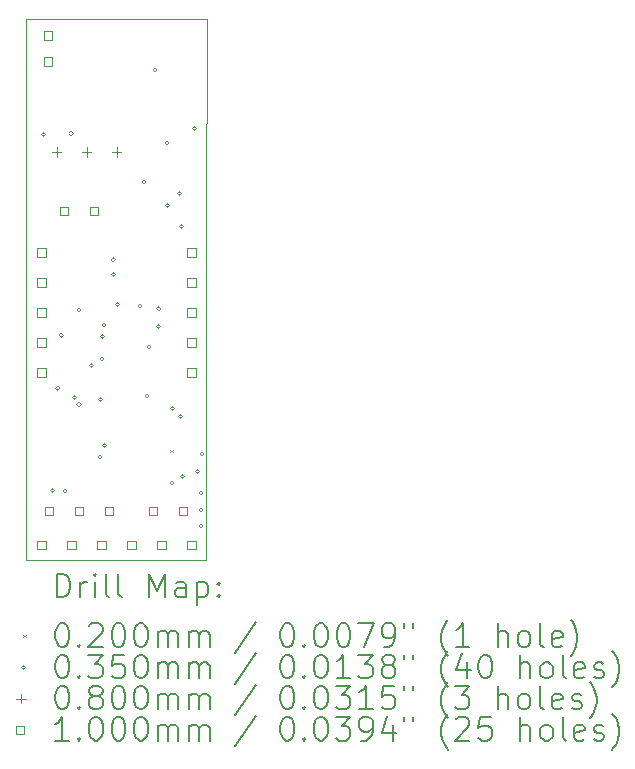
<source format=gbr>
%TF.GenerationSoftware,KiCad,Pcbnew,9.0.6*%
%TF.CreationDate,2026-01-10T17:13:57+00:00*%
%TF.ProjectId,CurrentSource,43757272-656e-4745-936f-757263652e6b,rev?*%
%TF.SameCoordinates,Original*%
%TF.FileFunction,Drillmap*%
%TF.FilePolarity,Positive*%
%FSLAX45Y45*%
G04 Gerber Fmt 4.5, Leading zero omitted, Abs format (unit mm)*
G04 Created by KiCad (PCBNEW 9.0.6) date 2026-01-10 17:13:57*
%MOMM*%
%LPD*%
G01*
G04 APERTURE LIST*
%ADD10C,0.100000*%
%ADD11C,0.200000*%
G04 APERTURE END LIST*
D10*
X13729000Y-8458000D02*
X13730000Y-6672500D01*
X13730000Y-6672500D02*
X12205000Y-6672500D01*
X12205000Y-8458000D02*
X12205000Y-6672500D01*
X12205000Y-8458000D02*
X12205000Y-11252000D01*
X12205000Y-11252000D02*
X13729000Y-11252000D01*
X13729000Y-11252000D02*
X13729000Y-8458000D01*
D11*
D10*
X13425000Y-10317250D02*
X13445000Y-10337250D01*
X13445000Y-10317250D02*
X13425000Y-10337250D01*
X12367500Y-7650000D02*
G75*
G02*
X12332500Y-7650000I-17500J0D01*
G01*
X12332500Y-7650000D02*
G75*
G02*
X12367500Y-7650000I17500J0D01*
G01*
X12445000Y-10662500D02*
G75*
G02*
X12410000Y-10662500I-17500J0D01*
G01*
X12410000Y-10662500D02*
G75*
G02*
X12445000Y-10662500I17500J0D01*
G01*
X12487500Y-9797500D02*
G75*
G02*
X12452500Y-9797500I-17500J0D01*
G01*
X12452500Y-9797500D02*
G75*
G02*
X12487500Y-9797500I17500J0D01*
G01*
X12517500Y-9349000D02*
G75*
G02*
X12482500Y-9349000I-17500J0D01*
G01*
X12482500Y-9349000D02*
G75*
G02*
X12517500Y-9349000I17500J0D01*
G01*
X12550000Y-10665000D02*
G75*
G02*
X12515000Y-10665000I-17500J0D01*
G01*
X12515000Y-10665000D02*
G75*
G02*
X12550000Y-10665000I17500J0D01*
G01*
X12600600Y-7641000D02*
G75*
G02*
X12565600Y-7641000I-17500J0D01*
G01*
X12565600Y-7641000D02*
G75*
G02*
X12600600Y-7641000I17500J0D01*
G01*
X12629773Y-9875000D02*
G75*
G02*
X12594773Y-9875000I-17500J0D01*
G01*
X12594773Y-9875000D02*
G75*
G02*
X12629773Y-9875000I17500J0D01*
G01*
X12667500Y-9135173D02*
G75*
G02*
X12632500Y-9135173I-17500J0D01*
G01*
X12632500Y-9135173D02*
G75*
G02*
X12667500Y-9135173I17500J0D01*
G01*
X12667500Y-9935700D02*
G75*
G02*
X12632500Y-9935700I-17500J0D01*
G01*
X12632500Y-9935700D02*
G75*
G02*
X12667500Y-9935700I17500J0D01*
G01*
X12775086Y-9605586D02*
G75*
G02*
X12740086Y-9605586I-17500J0D01*
G01*
X12740086Y-9605586D02*
G75*
G02*
X12775086Y-9605586I17500J0D01*
G01*
X12845007Y-10378047D02*
G75*
G02*
X12810007Y-10378047I-17500J0D01*
G01*
X12810007Y-10378047D02*
G75*
G02*
X12845007Y-10378047I17500J0D01*
G01*
X12850000Y-9895000D02*
G75*
G02*
X12815000Y-9895000I-17500J0D01*
G01*
X12815000Y-9895000D02*
G75*
G02*
X12850000Y-9895000I17500J0D01*
G01*
X12865000Y-9550000D02*
G75*
G02*
X12830000Y-9550000I-17500J0D01*
G01*
X12830000Y-9550000D02*
G75*
G02*
X12865000Y-9550000I17500J0D01*
G01*
X12868625Y-9358375D02*
G75*
G02*
X12833625Y-9358375I-17500J0D01*
G01*
X12833625Y-9358375D02*
G75*
G02*
X12868625Y-9358375I17500J0D01*
G01*
X12882025Y-9262250D02*
G75*
G02*
X12847025Y-9262250I-17500J0D01*
G01*
X12847025Y-9262250D02*
G75*
G02*
X12882025Y-9262250I17500J0D01*
G01*
X12885997Y-10283498D02*
G75*
G02*
X12850997Y-10283498I-17500J0D01*
G01*
X12850997Y-10283498D02*
G75*
G02*
X12885997Y-10283498I17500J0D01*
G01*
X12957709Y-8709295D02*
G75*
G02*
X12922709Y-8709295I-17500J0D01*
G01*
X12922709Y-8709295D02*
G75*
G02*
X12957709Y-8709295I17500J0D01*
G01*
X12959823Y-8835874D02*
G75*
G02*
X12924823Y-8835874I-17500J0D01*
G01*
X12924823Y-8835874D02*
G75*
G02*
X12959823Y-8835874I17500J0D01*
G01*
X12993164Y-9091609D02*
G75*
G02*
X12958164Y-9091609I-17500J0D01*
G01*
X12958164Y-9091609D02*
G75*
G02*
X12993164Y-9091609I17500J0D01*
G01*
X13185000Y-9100000D02*
G75*
G02*
X13150000Y-9100000I-17500J0D01*
G01*
X13150000Y-9100000D02*
G75*
G02*
X13185000Y-9100000I17500J0D01*
G01*
X13217500Y-8050000D02*
G75*
G02*
X13182500Y-8050000I-17500J0D01*
G01*
X13182500Y-8050000D02*
G75*
G02*
X13217500Y-8050000I17500J0D01*
G01*
X13244721Y-9862779D02*
G75*
G02*
X13209721Y-9862779I-17500J0D01*
G01*
X13209721Y-9862779D02*
G75*
G02*
X13244721Y-9862779I17500J0D01*
G01*
X13260000Y-9450000D02*
G75*
G02*
X13225000Y-9450000I-17500J0D01*
G01*
X13225000Y-9450000D02*
G75*
G02*
X13260000Y-9450000I17500J0D01*
G01*
X13313750Y-7103750D02*
G75*
G02*
X13278750Y-7103750I-17500J0D01*
G01*
X13278750Y-7103750D02*
G75*
G02*
X13313750Y-7103750I17500J0D01*
G01*
X13342500Y-9125000D02*
G75*
G02*
X13307500Y-9125000I-17500J0D01*
G01*
X13307500Y-9125000D02*
G75*
G02*
X13342500Y-9125000I17500J0D01*
G01*
X13342500Y-9275000D02*
G75*
G02*
X13307500Y-9275000I-17500J0D01*
G01*
X13307500Y-9275000D02*
G75*
G02*
X13342500Y-9275000I17500J0D01*
G01*
X13412885Y-7719615D02*
G75*
G02*
X13377885Y-7719615I-17500J0D01*
G01*
X13377885Y-7719615D02*
G75*
G02*
X13412885Y-7719615I17500J0D01*
G01*
X13417500Y-8250000D02*
G75*
G02*
X13382500Y-8250000I-17500J0D01*
G01*
X13382500Y-8250000D02*
G75*
G02*
X13417500Y-8250000I17500J0D01*
G01*
X13457500Y-10600000D02*
G75*
G02*
X13422500Y-10600000I-17500J0D01*
G01*
X13422500Y-10600000D02*
G75*
G02*
X13457500Y-10600000I17500J0D01*
G01*
X13460071Y-9967429D02*
G75*
G02*
X13425071Y-9967429I-17500J0D01*
G01*
X13425071Y-9967429D02*
G75*
G02*
X13460071Y-9967429I17500J0D01*
G01*
X13517500Y-8150000D02*
G75*
G02*
X13482500Y-8150000I-17500J0D01*
G01*
X13482500Y-8150000D02*
G75*
G02*
X13517500Y-8150000I17500J0D01*
G01*
X13527500Y-10035000D02*
G75*
G02*
X13492500Y-10035000I-17500J0D01*
G01*
X13492500Y-10035000D02*
G75*
G02*
X13527500Y-10035000I17500J0D01*
G01*
X13536923Y-8429547D02*
G75*
G02*
X13501923Y-8429547I-17500J0D01*
G01*
X13501923Y-8429547D02*
G75*
G02*
X13536923Y-8429547I17500J0D01*
G01*
X13545000Y-10547500D02*
G75*
G02*
X13510000Y-10547500I-17500J0D01*
G01*
X13510000Y-10547500D02*
G75*
G02*
X13545000Y-10547500I17500J0D01*
G01*
X13643886Y-7597562D02*
G75*
G02*
X13608886Y-7597562I-17500J0D01*
G01*
X13608886Y-7597562D02*
G75*
G02*
X13643886Y-7597562I17500J0D01*
G01*
X13669500Y-10501000D02*
G75*
G02*
X13634500Y-10501000I-17500J0D01*
G01*
X13634500Y-10501000D02*
G75*
G02*
X13669500Y-10501000I17500J0D01*
G01*
X13700097Y-10966196D02*
G75*
G02*
X13665097Y-10966196I-17500J0D01*
G01*
X13665097Y-10966196D02*
G75*
G02*
X13700097Y-10966196I17500J0D01*
G01*
X13702134Y-10683012D02*
G75*
G02*
X13667134Y-10683012I-17500J0D01*
G01*
X13667134Y-10683012D02*
G75*
G02*
X13702134Y-10683012I17500J0D01*
G01*
X13703153Y-10828678D02*
G75*
G02*
X13668153Y-10828678I-17500J0D01*
G01*
X13668153Y-10828678D02*
G75*
G02*
X13703153Y-10828678I17500J0D01*
G01*
X13708500Y-10353000D02*
G75*
G02*
X13673500Y-10353000I-17500J0D01*
G01*
X13673500Y-10353000D02*
G75*
G02*
X13708500Y-10353000I17500J0D01*
G01*
X12461340Y-7759123D02*
X12461340Y-7839123D01*
X12421340Y-7799123D02*
X12501340Y-7799123D01*
X12715340Y-7759123D02*
X12715340Y-7839123D01*
X12675340Y-7799123D02*
X12755340Y-7799123D01*
X12969340Y-7759123D02*
X12969340Y-7839123D01*
X12929340Y-7799123D02*
X13009340Y-7799123D01*
X12367356Y-8683856D02*
X12367356Y-8613144D01*
X12296644Y-8613144D01*
X12296644Y-8683856D01*
X12367356Y-8683856D01*
X12367356Y-8937856D02*
X12367356Y-8867144D01*
X12296644Y-8867144D01*
X12296644Y-8937856D01*
X12367356Y-8937856D01*
X12367356Y-9191856D02*
X12367356Y-9121144D01*
X12296644Y-9121144D01*
X12296644Y-9191856D01*
X12367356Y-9191856D01*
X12367356Y-9445856D02*
X12367356Y-9375144D01*
X12296644Y-9375144D01*
X12296644Y-9445856D01*
X12367356Y-9445856D01*
X12367356Y-9699856D02*
X12367356Y-9629144D01*
X12296644Y-9629144D01*
X12296644Y-9699856D01*
X12367356Y-9699856D01*
X12367356Y-11160356D02*
X12367356Y-11089644D01*
X12296644Y-11089644D01*
X12296644Y-11160356D01*
X12367356Y-11160356D01*
X12423515Y-6847221D02*
X12423515Y-6776510D01*
X12352804Y-6776510D01*
X12352804Y-6847221D01*
X12423515Y-6847221D01*
X12425044Y-7066474D02*
X12425044Y-6995763D01*
X12354332Y-6995763D01*
X12354332Y-7066474D01*
X12425044Y-7066474D01*
X12431356Y-10875356D02*
X12431356Y-10804644D01*
X12360644Y-10804644D01*
X12360644Y-10875356D01*
X12431356Y-10875356D01*
X12560356Y-8332856D02*
X12560356Y-8262144D01*
X12489644Y-8262144D01*
X12489644Y-8332856D01*
X12560356Y-8332856D01*
X12621356Y-11160356D02*
X12621356Y-11089644D01*
X12550644Y-11089644D01*
X12550644Y-11160356D01*
X12621356Y-11160356D01*
X12685356Y-10875356D02*
X12685356Y-10804644D01*
X12614644Y-10804644D01*
X12614644Y-10875356D01*
X12685356Y-10875356D01*
X12814356Y-8332856D02*
X12814356Y-8262144D01*
X12743644Y-8262144D01*
X12743644Y-8332856D01*
X12814356Y-8332856D01*
X12875356Y-11160356D02*
X12875356Y-11089644D01*
X12804644Y-11089644D01*
X12804644Y-11160356D01*
X12875356Y-11160356D01*
X12939356Y-10875356D02*
X12939356Y-10804644D01*
X12868644Y-10804644D01*
X12868644Y-10875356D01*
X12939356Y-10875356D01*
X13129356Y-11160356D02*
X13129356Y-11089644D01*
X13058644Y-11089644D01*
X13058644Y-11160356D01*
X13129356Y-11160356D01*
X13311356Y-10875356D02*
X13311356Y-10804644D01*
X13240644Y-10804644D01*
X13240644Y-10875356D01*
X13311356Y-10875356D01*
X13383356Y-11160356D02*
X13383356Y-11089644D01*
X13312644Y-11089644D01*
X13312644Y-11160356D01*
X13383356Y-11160356D01*
X13565356Y-10875356D02*
X13565356Y-10804644D01*
X13494644Y-10804644D01*
X13494644Y-10875356D01*
X13565356Y-10875356D01*
X13637356Y-8683856D02*
X13637356Y-8613144D01*
X13566644Y-8613144D01*
X13566644Y-8683856D01*
X13637356Y-8683856D01*
X13637356Y-8937856D02*
X13637356Y-8867144D01*
X13566644Y-8867144D01*
X13566644Y-8937856D01*
X13637356Y-8937856D01*
X13637356Y-9191856D02*
X13637356Y-9121144D01*
X13566644Y-9121144D01*
X13566644Y-9191856D01*
X13637356Y-9191856D01*
X13637356Y-9445856D02*
X13637356Y-9375144D01*
X13566644Y-9375144D01*
X13566644Y-9445856D01*
X13637356Y-9445856D01*
X13637356Y-9699856D02*
X13637356Y-9629144D01*
X13566644Y-9629144D01*
X13566644Y-9699856D01*
X13637356Y-9699856D01*
X13637356Y-11160356D02*
X13637356Y-11089644D01*
X13566644Y-11089644D01*
X13566644Y-11160356D01*
X13637356Y-11160356D01*
D11*
X12460777Y-11568484D02*
X12460777Y-11368484D01*
X12460777Y-11368484D02*
X12508396Y-11368484D01*
X12508396Y-11368484D02*
X12536967Y-11378008D01*
X12536967Y-11378008D02*
X12556015Y-11397055D01*
X12556015Y-11397055D02*
X12565539Y-11416103D01*
X12565539Y-11416103D02*
X12575062Y-11454198D01*
X12575062Y-11454198D02*
X12575062Y-11482769D01*
X12575062Y-11482769D02*
X12565539Y-11520865D01*
X12565539Y-11520865D02*
X12556015Y-11539912D01*
X12556015Y-11539912D02*
X12536967Y-11558960D01*
X12536967Y-11558960D02*
X12508396Y-11568484D01*
X12508396Y-11568484D02*
X12460777Y-11568484D01*
X12660777Y-11568484D02*
X12660777Y-11435150D01*
X12660777Y-11473246D02*
X12670301Y-11454198D01*
X12670301Y-11454198D02*
X12679824Y-11444674D01*
X12679824Y-11444674D02*
X12698872Y-11435150D01*
X12698872Y-11435150D02*
X12717920Y-11435150D01*
X12784586Y-11568484D02*
X12784586Y-11435150D01*
X12784586Y-11368484D02*
X12775062Y-11378008D01*
X12775062Y-11378008D02*
X12784586Y-11387531D01*
X12784586Y-11387531D02*
X12794110Y-11378008D01*
X12794110Y-11378008D02*
X12784586Y-11368484D01*
X12784586Y-11368484D02*
X12784586Y-11387531D01*
X12908396Y-11568484D02*
X12889348Y-11558960D01*
X12889348Y-11558960D02*
X12879824Y-11539912D01*
X12879824Y-11539912D02*
X12879824Y-11368484D01*
X13013158Y-11568484D02*
X12994110Y-11558960D01*
X12994110Y-11558960D02*
X12984586Y-11539912D01*
X12984586Y-11539912D02*
X12984586Y-11368484D01*
X13241729Y-11568484D02*
X13241729Y-11368484D01*
X13241729Y-11368484D02*
X13308396Y-11511341D01*
X13308396Y-11511341D02*
X13375062Y-11368484D01*
X13375062Y-11368484D02*
X13375062Y-11568484D01*
X13556015Y-11568484D02*
X13556015Y-11463722D01*
X13556015Y-11463722D02*
X13546491Y-11444674D01*
X13546491Y-11444674D02*
X13527443Y-11435150D01*
X13527443Y-11435150D02*
X13489348Y-11435150D01*
X13489348Y-11435150D02*
X13470301Y-11444674D01*
X13556015Y-11558960D02*
X13536967Y-11568484D01*
X13536967Y-11568484D02*
X13489348Y-11568484D01*
X13489348Y-11568484D02*
X13470301Y-11558960D01*
X13470301Y-11558960D02*
X13460777Y-11539912D01*
X13460777Y-11539912D02*
X13460777Y-11520865D01*
X13460777Y-11520865D02*
X13470301Y-11501817D01*
X13470301Y-11501817D02*
X13489348Y-11492293D01*
X13489348Y-11492293D02*
X13536967Y-11492293D01*
X13536967Y-11492293D02*
X13556015Y-11482769D01*
X13651253Y-11435150D02*
X13651253Y-11635150D01*
X13651253Y-11444674D02*
X13670301Y-11435150D01*
X13670301Y-11435150D02*
X13708396Y-11435150D01*
X13708396Y-11435150D02*
X13727443Y-11444674D01*
X13727443Y-11444674D02*
X13736967Y-11454198D01*
X13736967Y-11454198D02*
X13746491Y-11473246D01*
X13746491Y-11473246D02*
X13746491Y-11530388D01*
X13746491Y-11530388D02*
X13736967Y-11549436D01*
X13736967Y-11549436D02*
X13727443Y-11558960D01*
X13727443Y-11558960D02*
X13708396Y-11568484D01*
X13708396Y-11568484D02*
X13670301Y-11568484D01*
X13670301Y-11568484D02*
X13651253Y-11558960D01*
X13832205Y-11549436D02*
X13841729Y-11558960D01*
X13841729Y-11558960D02*
X13832205Y-11568484D01*
X13832205Y-11568484D02*
X13822682Y-11558960D01*
X13822682Y-11558960D02*
X13832205Y-11549436D01*
X13832205Y-11549436D02*
X13832205Y-11568484D01*
X13832205Y-11444674D02*
X13841729Y-11454198D01*
X13841729Y-11454198D02*
X13832205Y-11463722D01*
X13832205Y-11463722D02*
X13822682Y-11454198D01*
X13822682Y-11454198D02*
X13832205Y-11444674D01*
X13832205Y-11444674D02*
X13832205Y-11463722D01*
D10*
X12180000Y-11887000D02*
X12200000Y-11907000D01*
X12200000Y-11887000D02*
X12180000Y-11907000D01*
D11*
X12498872Y-11788484D02*
X12517920Y-11788484D01*
X12517920Y-11788484D02*
X12536967Y-11798008D01*
X12536967Y-11798008D02*
X12546491Y-11807531D01*
X12546491Y-11807531D02*
X12556015Y-11826579D01*
X12556015Y-11826579D02*
X12565539Y-11864674D01*
X12565539Y-11864674D02*
X12565539Y-11912293D01*
X12565539Y-11912293D02*
X12556015Y-11950388D01*
X12556015Y-11950388D02*
X12546491Y-11969436D01*
X12546491Y-11969436D02*
X12536967Y-11978960D01*
X12536967Y-11978960D02*
X12517920Y-11988484D01*
X12517920Y-11988484D02*
X12498872Y-11988484D01*
X12498872Y-11988484D02*
X12479824Y-11978960D01*
X12479824Y-11978960D02*
X12470301Y-11969436D01*
X12470301Y-11969436D02*
X12460777Y-11950388D01*
X12460777Y-11950388D02*
X12451253Y-11912293D01*
X12451253Y-11912293D02*
X12451253Y-11864674D01*
X12451253Y-11864674D02*
X12460777Y-11826579D01*
X12460777Y-11826579D02*
X12470301Y-11807531D01*
X12470301Y-11807531D02*
X12479824Y-11798008D01*
X12479824Y-11798008D02*
X12498872Y-11788484D01*
X12651253Y-11969436D02*
X12660777Y-11978960D01*
X12660777Y-11978960D02*
X12651253Y-11988484D01*
X12651253Y-11988484D02*
X12641729Y-11978960D01*
X12641729Y-11978960D02*
X12651253Y-11969436D01*
X12651253Y-11969436D02*
X12651253Y-11988484D01*
X12736967Y-11807531D02*
X12746491Y-11798008D01*
X12746491Y-11798008D02*
X12765539Y-11788484D01*
X12765539Y-11788484D02*
X12813158Y-11788484D01*
X12813158Y-11788484D02*
X12832205Y-11798008D01*
X12832205Y-11798008D02*
X12841729Y-11807531D01*
X12841729Y-11807531D02*
X12851253Y-11826579D01*
X12851253Y-11826579D02*
X12851253Y-11845627D01*
X12851253Y-11845627D02*
X12841729Y-11874198D01*
X12841729Y-11874198D02*
X12727443Y-11988484D01*
X12727443Y-11988484D02*
X12851253Y-11988484D01*
X12975062Y-11788484D02*
X12994110Y-11788484D01*
X12994110Y-11788484D02*
X13013158Y-11798008D01*
X13013158Y-11798008D02*
X13022682Y-11807531D01*
X13022682Y-11807531D02*
X13032205Y-11826579D01*
X13032205Y-11826579D02*
X13041729Y-11864674D01*
X13041729Y-11864674D02*
X13041729Y-11912293D01*
X13041729Y-11912293D02*
X13032205Y-11950388D01*
X13032205Y-11950388D02*
X13022682Y-11969436D01*
X13022682Y-11969436D02*
X13013158Y-11978960D01*
X13013158Y-11978960D02*
X12994110Y-11988484D01*
X12994110Y-11988484D02*
X12975062Y-11988484D01*
X12975062Y-11988484D02*
X12956015Y-11978960D01*
X12956015Y-11978960D02*
X12946491Y-11969436D01*
X12946491Y-11969436D02*
X12936967Y-11950388D01*
X12936967Y-11950388D02*
X12927443Y-11912293D01*
X12927443Y-11912293D02*
X12927443Y-11864674D01*
X12927443Y-11864674D02*
X12936967Y-11826579D01*
X12936967Y-11826579D02*
X12946491Y-11807531D01*
X12946491Y-11807531D02*
X12956015Y-11798008D01*
X12956015Y-11798008D02*
X12975062Y-11788484D01*
X13165539Y-11788484D02*
X13184586Y-11788484D01*
X13184586Y-11788484D02*
X13203634Y-11798008D01*
X13203634Y-11798008D02*
X13213158Y-11807531D01*
X13213158Y-11807531D02*
X13222682Y-11826579D01*
X13222682Y-11826579D02*
X13232205Y-11864674D01*
X13232205Y-11864674D02*
X13232205Y-11912293D01*
X13232205Y-11912293D02*
X13222682Y-11950388D01*
X13222682Y-11950388D02*
X13213158Y-11969436D01*
X13213158Y-11969436D02*
X13203634Y-11978960D01*
X13203634Y-11978960D02*
X13184586Y-11988484D01*
X13184586Y-11988484D02*
X13165539Y-11988484D01*
X13165539Y-11988484D02*
X13146491Y-11978960D01*
X13146491Y-11978960D02*
X13136967Y-11969436D01*
X13136967Y-11969436D02*
X13127443Y-11950388D01*
X13127443Y-11950388D02*
X13117920Y-11912293D01*
X13117920Y-11912293D02*
X13117920Y-11864674D01*
X13117920Y-11864674D02*
X13127443Y-11826579D01*
X13127443Y-11826579D02*
X13136967Y-11807531D01*
X13136967Y-11807531D02*
X13146491Y-11798008D01*
X13146491Y-11798008D02*
X13165539Y-11788484D01*
X13317920Y-11988484D02*
X13317920Y-11855150D01*
X13317920Y-11874198D02*
X13327443Y-11864674D01*
X13327443Y-11864674D02*
X13346491Y-11855150D01*
X13346491Y-11855150D02*
X13375063Y-11855150D01*
X13375063Y-11855150D02*
X13394110Y-11864674D01*
X13394110Y-11864674D02*
X13403634Y-11883722D01*
X13403634Y-11883722D02*
X13403634Y-11988484D01*
X13403634Y-11883722D02*
X13413158Y-11864674D01*
X13413158Y-11864674D02*
X13432205Y-11855150D01*
X13432205Y-11855150D02*
X13460777Y-11855150D01*
X13460777Y-11855150D02*
X13479824Y-11864674D01*
X13479824Y-11864674D02*
X13489348Y-11883722D01*
X13489348Y-11883722D02*
X13489348Y-11988484D01*
X13584586Y-11988484D02*
X13584586Y-11855150D01*
X13584586Y-11874198D02*
X13594110Y-11864674D01*
X13594110Y-11864674D02*
X13613158Y-11855150D01*
X13613158Y-11855150D02*
X13641729Y-11855150D01*
X13641729Y-11855150D02*
X13660777Y-11864674D01*
X13660777Y-11864674D02*
X13670301Y-11883722D01*
X13670301Y-11883722D02*
X13670301Y-11988484D01*
X13670301Y-11883722D02*
X13679824Y-11864674D01*
X13679824Y-11864674D02*
X13698872Y-11855150D01*
X13698872Y-11855150D02*
X13727443Y-11855150D01*
X13727443Y-11855150D02*
X13746491Y-11864674D01*
X13746491Y-11864674D02*
X13756015Y-11883722D01*
X13756015Y-11883722D02*
X13756015Y-11988484D01*
X14146491Y-11778960D02*
X13975063Y-12036103D01*
X14403634Y-11788484D02*
X14422682Y-11788484D01*
X14422682Y-11788484D02*
X14441729Y-11798008D01*
X14441729Y-11798008D02*
X14451253Y-11807531D01*
X14451253Y-11807531D02*
X14460777Y-11826579D01*
X14460777Y-11826579D02*
X14470301Y-11864674D01*
X14470301Y-11864674D02*
X14470301Y-11912293D01*
X14470301Y-11912293D02*
X14460777Y-11950388D01*
X14460777Y-11950388D02*
X14451253Y-11969436D01*
X14451253Y-11969436D02*
X14441729Y-11978960D01*
X14441729Y-11978960D02*
X14422682Y-11988484D01*
X14422682Y-11988484D02*
X14403634Y-11988484D01*
X14403634Y-11988484D02*
X14384586Y-11978960D01*
X14384586Y-11978960D02*
X14375063Y-11969436D01*
X14375063Y-11969436D02*
X14365539Y-11950388D01*
X14365539Y-11950388D02*
X14356015Y-11912293D01*
X14356015Y-11912293D02*
X14356015Y-11864674D01*
X14356015Y-11864674D02*
X14365539Y-11826579D01*
X14365539Y-11826579D02*
X14375063Y-11807531D01*
X14375063Y-11807531D02*
X14384586Y-11798008D01*
X14384586Y-11798008D02*
X14403634Y-11788484D01*
X14556015Y-11969436D02*
X14565539Y-11978960D01*
X14565539Y-11978960D02*
X14556015Y-11988484D01*
X14556015Y-11988484D02*
X14546491Y-11978960D01*
X14546491Y-11978960D02*
X14556015Y-11969436D01*
X14556015Y-11969436D02*
X14556015Y-11988484D01*
X14689348Y-11788484D02*
X14708396Y-11788484D01*
X14708396Y-11788484D02*
X14727444Y-11798008D01*
X14727444Y-11798008D02*
X14736967Y-11807531D01*
X14736967Y-11807531D02*
X14746491Y-11826579D01*
X14746491Y-11826579D02*
X14756015Y-11864674D01*
X14756015Y-11864674D02*
X14756015Y-11912293D01*
X14756015Y-11912293D02*
X14746491Y-11950388D01*
X14746491Y-11950388D02*
X14736967Y-11969436D01*
X14736967Y-11969436D02*
X14727444Y-11978960D01*
X14727444Y-11978960D02*
X14708396Y-11988484D01*
X14708396Y-11988484D02*
X14689348Y-11988484D01*
X14689348Y-11988484D02*
X14670301Y-11978960D01*
X14670301Y-11978960D02*
X14660777Y-11969436D01*
X14660777Y-11969436D02*
X14651253Y-11950388D01*
X14651253Y-11950388D02*
X14641729Y-11912293D01*
X14641729Y-11912293D02*
X14641729Y-11864674D01*
X14641729Y-11864674D02*
X14651253Y-11826579D01*
X14651253Y-11826579D02*
X14660777Y-11807531D01*
X14660777Y-11807531D02*
X14670301Y-11798008D01*
X14670301Y-11798008D02*
X14689348Y-11788484D01*
X14879825Y-11788484D02*
X14898872Y-11788484D01*
X14898872Y-11788484D02*
X14917920Y-11798008D01*
X14917920Y-11798008D02*
X14927444Y-11807531D01*
X14927444Y-11807531D02*
X14936967Y-11826579D01*
X14936967Y-11826579D02*
X14946491Y-11864674D01*
X14946491Y-11864674D02*
X14946491Y-11912293D01*
X14946491Y-11912293D02*
X14936967Y-11950388D01*
X14936967Y-11950388D02*
X14927444Y-11969436D01*
X14927444Y-11969436D02*
X14917920Y-11978960D01*
X14917920Y-11978960D02*
X14898872Y-11988484D01*
X14898872Y-11988484D02*
X14879825Y-11988484D01*
X14879825Y-11988484D02*
X14860777Y-11978960D01*
X14860777Y-11978960D02*
X14851253Y-11969436D01*
X14851253Y-11969436D02*
X14841729Y-11950388D01*
X14841729Y-11950388D02*
X14832206Y-11912293D01*
X14832206Y-11912293D02*
X14832206Y-11864674D01*
X14832206Y-11864674D02*
X14841729Y-11826579D01*
X14841729Y-11826579D02*
X14851253Y-11807531D01*
X14851253Y-11807531D02*
X14860777Y-11798008D01*
X14860777Y-11798008D02*
X14879825Y-11788484D01*
X15013158Y-11788484D02*
X15146491Y-11788484D01*
X15146491Y-11788484D02*
X15060777Y-11988484D01*
X15232206Y-11988484D02*
X15270301Y-11988484D01*
X15270301Y-11988484D02*
X15289348Y-11978960D01*
X15289348Y-11978960D02*
X15298872Y-11969436D01*
X15298872Y-11969436D02*
X15317920Y-11940865D01*
X15317920Y-11940865D02*
X15327444Y-11902769D01*
X15327444Y-11902769D02*
X15327444Y-11826579D01*
X15327444Y-11826579D02*
X15317920Y-11807531D01*
X15317920Y-11807531D02*
X15308396Y-11798008D01*
X15308396Y-11798008D02*
X15289348Y-11788484D01*
X15289348Y-11788484D02*
X15251253Y-11788484D01*
X15251253Y-11788484D02*
X15232206Y-11798008D01*
X15232206Y-11798008D02*
X15222682Y-11807531D01*
X15222682Y-11807531D02*
X15213158Y-11826579D01*
X15213158Y-11826579D02*
X15213158Y-11874198D01*
X15213158Y-11874198D02*
X15222682Y-11893246D01*
X15222682Y-11893246D02*
X15232206Y-11902769D01*
X15232206Y-11902769D02*
X15251253Y-11912293D01*
X15251253Y-11912293D02*
X15289348Y-11912293D01*
X15289348Y-11912293D02*
X15308396Y-11902769D01*
X15308396Y-11902769D02*
X15317920Y-11893246D01*
X15317920Y-11893246D02*
X15327444Y-11874198D01*
X15403634Y-11788484D02*
X15403634Y-11826579D01*
X15479825Y-11788484D02*
X15479825Y-11826579D01*
X15775063Y-12064674D02*
X15765539Y-12055150D01*
X15765539Y-12055150D02*
X15746491Y-12026579D01*
X15746491Y-12026579D02*
X15736968Y-12007531D01*
X15736968Y-12007531D02*
X15727444Y-11978960D01*
X15727444Y-11978960D02*
X15717920Y-11931341D01*
X15717920Y-11931341D02*
X15717920Y-11893246D01*
X15717920Y-11893246D02*
X15727444Y-11845627D01*
X15727444Y-11845627D02*
X15736968Y-11817055D01*
X15736968Y-11817055D02*
X15746491Y-11798008D01*
X15746491Y-11798008D02*
X15765539Y-11769436D01*
X15765539Y-11769436D02*
X15775063Y-11759912D01*
X15956015Y-11988484D02*
X15841729Y-11988484D01*
X15898872Y-11988484D02*
X15898872Y-11788484D01*
X15898872Y-11788484D02*
X15879825Y-11817055D01*
X15879825Y-11817055D02*
X15860777Y-11836103D01*
X15860777Y-11836103D02*
X15841729Y-11845627D01*
X16194110Y-11988484D02*
X16194110Y-11788484D01*
X16279825Y-11988484D02*
X16279825Y-11883722D01*
X16279825Y-11883722D02*
X16270301Y-11864674D01*
X16270301Y-11864674D02*
X16251253Y-11855150D01*
X16251253Y-11855150D02*
X16222682Y-11855150D01*
X16222682Y-11855150D02*
X16203634Y-11864674D01*
X16203634Y-11864674D02*
X16194110Y-11874198D01*
X16403634Y-11988484D02*
X16384587Y-11978960D01*
X16384587Y-11978960D02*
X16375063Y-11969436D01*
X16375063Y-11969436D02*
X16365539Y-11950388D01*
X16365539Y-11950388D02*
X16365539Y-11893246D01*
X16365539Y-11893246D02*
X16375063Y-11874198D01*
X16375063Y-11874198D02*
X16384587Y-11864674D01*
X16384587Y-11864674D02*
X16403634Y-11855150D01*
X16403634Y-11855150D02*
X16432206Y-11855150D01*
X16432206Y-11855150D02*
X16451253Y-11864674D01*
X16451253Y-11864674D02*
X16460777Y-11874198D01*
X16460777Y-11874198D02*
X16470301Y-11893246D01*
X16470301Y-11893246D02*
X16470301Y-11950388D01*
X16470301Y-11950388D02*
X16460777Y-11969436D01*
X16460777Y-11969436D02*
X16451253Y-11978960D01*
X16451253Y-11978960D02*
X16432206Y-11988484D01*
X16432206Y-11988484D02*
X16403634Y-11988484D01*
X16584587Y-11988484D02*
X16565539Y-11978960D01*
X16565539Y-11978960D02*
X16556015Y-11959912D01*
X16556015Y-11959912D02*
X16556015Y-11788484D01*
X16736968Y-11978960D02*
X16717920Y-11988484D01*
X16717920Y-11988484D02*
X16679825Y-11988484D01*
X16679825Y-11988484D02*
X16660777Y-11978960D01*
X16660777Y-11978960D02*
X16651253Y-11959912D01*
X16651253Y-11959912D02*
X16651253Y-11883722D01*
X16651253Y-11883722D02*
X16660777Y-11864674D01*
X16660777Y-11864674D02*
X16679825Y-11855150D01*
X16679825Y-11855150D02*
X16717920Y-11855150D01*
X16717920Y-11855150D02*
X16736968Y-11864674D01*
X16736968Y-11864674D02*
X16746491Y-11883722D01*
X16746491Y-11883722D02*
X16746491Y-11902769D01*
X16746491Y-11902769D02*
X16651253Y-11921817D01*
X16813158Y-12064674D02*
X16822682Y-12055150D01*
X16822682Y-12055150D02*
X16841730Y-12026579D01*
X16841730Y-12026579D02*
X16851253Y-12007531D01*
X16851253Y-12007531D02*
X16860777Y-11978960D01*
X16860777Y-11978960D02*
X16870301Y-11931341D01*
X16870301Y-11931341D02*
X16870301Y-11893246D01*
X16870301Y-11893246D02*
X16860777Y-11845627D01*
X16860777Y-11845627D02*
X16851253Y-11817055D01*
X16851253Y-11817055D02*
X16841730Y-11798008D01*
X16841730Y-11798008D02*
X16822682Y-11769436D01*
X16822682Y-11769436D02*
X16813158Y-11759912D01*
D10*
X12200000Y-12161000D02*
G75*
G02*
X12165000Y-12161000I-17500J0D01*
G01*
X12165000Y-12161000D02*
G75*
G02*
X12200000Y-12161000I17500J0D01*
G01*
D11*
X12498872Y-12052484D02*
X12517920Y-12052484D01*
X12517920Y-12052484D02*
X12536967Y-12062008D01*
X12536967Y-12062008D02*
X12546491Y-12071531D01*
X12546491Y-12071531D02*
X12556015Y-12090579D01*
X12556015Y-12090579D02*
X12565539Y-12128674D01*
X12565539Y-12128674D02*
X12565539Y-12176293D01*
X12565539Y-12176293D02*
X12556015Y-12214388D01*
X12556015Y-12214388D02*
X12546491Y-12233436D01*
X12546491Y-12233436D02*
X12536967Y-12242960D01*
X12536967Y-12242960D02*
X12517920Y-12252484D01*
X12517920Y-12252484D02*
X12498872Y-12252484D01*
X12498872Y-12252484D02*
X12479824Y-12242960D01*
X12479824Y-12242960D02*
X12470301Y-12233436D01*
X12470301Y-12233436D02*
X12460777Y-12214388D01*
X12460777Y-12214388D02*
X12451253Y-12176293D01*
X12451253Y-12176293D02*
X12451253Y-12128674D01*
X12451253Y-12128674D02*
X12460777Y-12090579D01*
X12460777Y-12090579D02*
X12470301Y-12071531D01*
X12470301Y-12071531D02*
X12479824Y-12062008D01*
X12479824Y-12062008D02*
X12498872Y-12052484D01*
X12651253Y-12233436D02*
X12660777Y-12242960D01*
X12660777Y-12242960D02*
X12651253Y-12252484D01*
X12651253Y-12252484D02*
X12641729Y-12242960D01*
X12641729Y-12242960D02*
X12651253Y-12233436D01*
X12651253Y-12233436D02*
X12651253Y-12252484D01*
X12727443Y-12052484D02*
X12851253Y-12052484D01*
X12851253Y-12052484D02*
X12784586Y-12128674D01*
X12784586Y-12128674D02*
X12813158Y-12128674D01*
X12813158Y-12128674D02*
X12832205Y-12138198D01*
X12832205Y-12138198D02*
X12841729Y-12147722D01*
X12841729Y-12147722D02*
X12851253Y-12166769D01*
X12851253Y-12166769D02*
X12851253Y-12214388D01*
X12851253Y-12214388D02*
X12841729Y-12233436D01*
X12841729Y-12233436D02*
X12832205Y-12242960D01*
X12832205Y-12242960D02*
X12813158Y-12252484D01*
X12813158Y-12252484D02*
X12756015Y-12252484D01*
X12756015Y-12252484D02*
X12736967Y-12242960D01*
X12736967Y-12242960D02*
X12727443Y-12233436D01*
X13032205Y-12052484D02*
X12936967Y-12052484D01*
X12936967Y-12052484D02*
X12927443Y-12147722D01*
X12927443Y-12147722D02*
X12936967Y-12138198D01*
X12936967Y-12138198D02*
X12956015Y-12128674D01*
X12956015Y-12128674D02*
X13003634Y-12128674D01*
X13003634Y-12128674D02*
X13022682Y-12138198D01*
X13022682Y-12138198D02*
X13032205Y-12147722D01*
X13032205Y-12147722D02*
X13041729Y-12166769D01*
X13041729Y-12166769D02*
X13041729Y-12214388D01*
X13041729Y-12214388D02*
X13032205Y-12233436D01*
X13032205Y-12233436D02*
X13022682Y-12242960D01*
X13022682Y-12242960D02*
X13003634Y-12252484D01*
X13003634Y-12252484D02*
X12956015Y-12252484D01*
X12956015Y-12252484D02*
X12936967Y-12242960D01*
X12936967Y-12242960D02*
X12927443Y-12233436D01*
X13165539Y-12052484D02*
X13184586Y-12052484D01*
X13184586Y-12052484D02*
X13203634Y-12062008D01*
X13203634Y-12062008D02*
X13213158Y-12071531D01*
X13213158Y-12071531D02*
X13222682Y-12090579D01*
X13222682Y-12090579D02*
X13232205Y-12128674D01*
X13232205Y-12128674D02*
X13232205Y-12176293D01*
X13232205Y-12176293D02*
X13222682Y-12214388D01*
X13222682Y-12214388D02*
X13213158Y-12233436D01*
X13213158Y-12233436D02*
X13203634Y-12242960D01*
X13203634Y-12242960D02*
X13184586Y-12252484D01*
X13184586Y-12252484D02*
X13165539Y-12252484D01*
X13165539Y-12252484D02*
X13146491Y-12242960D01*
X13146491Y-12242960D02*
X13136967Y-12233436D01*
X13136967Y-12233436D02*
X13127443Y-12214388D01*
X13127443Y-12214388D02*
X13117920Y-12176293D01*
X13117920Y-12176293D02*
X13117920Y-12128674D01*
X13117920Y-12128674D02*
X13127443Y-12090579D01*
X13127443Y-12090579D02*
X13136967Y-12071531D01*
X13136967Y-12071531D02*
X13146491Y-12062008D01*
X13146491Y-12062008D02*
X13165539Y-12052484D01*
X13317920Y-12252484D02*
X13317920Y-12119150D01*
X13317920Y-12138198D02*
X13327443Y-12128674D01*
X13327443Y-12128674D02*
X13346491Y-12119150D01*
X13346491Y-12119150D02*
X13375063Y-12119150D01*
X13375063Y-12119150D02*
X13394110Y-12128674D01*
X13394110Y-12128674D02*
X13403634Y-12147722D01*
X13403634Y-12147722D02*
X13403634Y-12252484D01*
X13403634Y-12147722D02*
X13413158Y-12128674D01*
X13413158Y-12128674D02*
X13432205Y-12119150D01*
X13432205Y-12119150D02*
X13460777Y-12119150D01*
X13460777Y-12119150D02*
X13479824Y-12128674D01*
X13479824Y-12128674D02*
X13489348Y-12147722D01*
X13489348Y-12147722D02*
X13489348Y-12252484D01*
X13584586Y-12252484D02*
X13584586Y-12119150D01*
X13584586Y-12138198D02*
X13594110Y-12128674D01*
X13594110Y-12128674D02*
X13613158Y-12119150D01*
X13613158Y-12119150D02*
X13641729Y-12119150D01*
X13641729Y-12119150D02*
X13660777Y-12128674D01*
X13660777Y-12128674D02*
X13670301Y-12147722D01*
X13670301Y-12147722D02*
X13670301Y-12252484D01*
X13670301Y-12147722D02*
X13679824Y-12128674D01*
X13679824Y-12128674D02*
X13698872Y-12119150D01*
X13698872Y-12119150D02*
X13727443Y-12119150D01*
X13727443Y-12119150D02*
X13746491Y-12128674D01*
X13746491Y-12128674D02*
X13756015Y-12147722D01*
X13756015Y-12147722D02*
X13756015Y-12252484D01*
X14146491Y-12042960D02*
X13975063Y-12300103D01*
X14403634Y-12052484D02*
X14422682Y-12052484D01*
X14422682Y-12052484D02*
X14441729Y-12062008D01*
X14441729Y-12062008D02*
X14451253Y-12071531D01*
X14451253Y-12071531D02*
X14460777Y-12090579D01*
X14460777Y-12090579D02*
X14470301Y-12128674D01*
X14470301Y-12128674D02*
X14470301Y-12176293D01*
X14470301Y-12176293D02*
X14460777Y-12214388D01*
X14460777Y-12214388D02*
X14451253Y-12233436D01*
X14451253Y-12233436D02*
X14441729Y-12242960D01*
X14441729Y-12242960D02*
X14422682Y-12252484D01*
X14422682Y-12252484D02*
X14403634Y-12252484D01*
X14403634Y-12252484D02*
X14384586Y-12242960D01*
X14384586Y-12242960D02*
X14375063Y-12233436D01*
X14375063Y-12233436D02*
X14365539Y-12214388D01*
X14365539Y-12214388D02*
X14356015Y-12176293D01*
X14356015Y-12176293D02*
X14356015Y-12128674D01*
X14356015Y-12128674D02*
X14365539Y-12090579D01*
X14365539Y-12090579D02*
X14375063Y-12071531D01*
X14375063Y-12071531D02*
X14384586Y-12062008D01*
X14384586Y-12062008D02*
X14403634Y-12052484D01*
X14556015Y-12233436D02*
X14565539Y-12242960D01*
X14565539Y-12242960D02*
X14556015Y-12252484D01*
X14556015Y-12252484D02*
X14546491Y-12242960D01*
X14546491Y-12242960D02*
X14556015Y-12233436D01*
X14556015Y-12233436D02*
X14556015Y-12252484D01*
X14689348Y-12052484D02*
X14708396Y-12052484D01*
X14708396Y-12052484D02*
X14727444Y-12062008D01*
X14727444Y-12062008D02*
X14736967Y-12071531D01*
X14736967Y-12071531D02*
X14746491Y-12090579D01*
X14746491Y-12090579D02*
X14756015Y-12128674D01*
X14756015Y-12128674D02*
X14756015Y-12176293D01*
X14756015Y-12176293D02*
X14746491Y-12214388D01*
X14746491Y-12214388D02*
X14736967Y-12233436D01*
X14736967Y-12233436D02*
X14727444Y-12242960D01*
X14727444Y-12242960D02*
X14708396Y-12252484D01*
X14708396Y-12252484D02*
X14689348Y-12252484D01*
X14689348Y-12252484D02*
X14670301Y-12242960D01*
X14670301Y-12242960D02*
X14660777Y-12233436D01*
X14660777Y-12233436D02*
X14651253Y-12214388D01*
X14651253Y-12214388D02*
X14641729Y-12176293D01*
X14641729Y-12176293D02*
X14641729Y-12128674D01*
X14641729Y-12128674D02*
X14651253Y-12090579D01*
X14651253Y-12090579D02*
X14660777Y-12071531D01*
X14660777Y-12071531D02*
X14670301Y-12062008D01*
X14670301Y-12062008D02*
X14689348Y-12052484D01*
X14946491Y-12252484D02*
X14832206Y-12252484D01*
X14889348Y-12252484D02*
X14889348Y-12052484D01*
X14889348Y-12052484D02*
X14870301Y-12081055D01*
X14870301Y-12081055D02*
X14851253Y-12100103D01*
X14851253Y-12100103D02*
X14832206Y-12109627D01*
X15013158Y-12052484D02*
X15136967Y-12052484D01*
X15136967Y-12052484D02*
X15070301Y-12128674D01*
X15070301Y-12128674D02*
X15098872Y-12128674D01*
X15098872Y-12128674D02*
X15117920Y-12138198D01*
X15117920Y-12138198D02*
X15127444Y-12147722D01*
X15127444Y-12147722D02*
X15136967Y-12166769D01*
X15136967Y-12166769D02*
X15136967Y-12214388D01*
X15136967Y-12214388D02*
X15127444Y-12233436D01*
X15127444Y-12233436D02*
X15117920Y-12242960D01*
X15117920Y-12242960D02*
X15098872Y-12252484D01*
X15098872Y-12252484D02*
X15041729Y-12252484D01*
X15041729Y-12252484D02*
X15022682Y-12242960D01*
X15022682Y-12242960D02*
X15013158Y-12233436D01*
X15251253Y-12138198D02*
X15232206Y-12128674D01*
X15232206Y-12128674D02*
X15222682Y-12119150D01*
X15222682Y-12119150D02*
X15213158Y-12100103D01*
X15213158Y-12100103D02*
X15213158Y-12090579D01*
X15213158Y-12090579D02*
X15222682Y-12071531D01*
X15222682Y-12071531D02*
X15232206Y-12062008D01*
X15232206Y-12062008D02*
X15251253Y-12052484D01*
X15251253Y-12052484D02*
X15289348Y-12052484D01*
X15289348Y-12052484D02*
X15308396Y-12062008D01*
X15308396Y-12062008D02*
X15317920Y-12071531D01*
X15317920Y-12071531D02*
X15327444Y-12090579D01*
X15327444Y-12090579D02*
X15327444Y-12100103D01*
X15327444Y-12100103D02*
X15317920Y-12119150D01*
X15317920Y-12119150D02*
X15308396Y-12128674D01*
X15308396Y-12128674D02*
X15289348Y-12138198D01*
X15289348Y-12138198D02*
X15251253Y-12138198D01*
X15251253Y-12138198D02*
X15232206Y-12147722D01*
X15232206Y-12147722D02*
X15222682Y-12157246D01*
X15222682Y-12157246D02*
X15213158Y-12176293D01*
X15213158Y-12176293D02*
X15213158Y-12214388D01*
X15213158Y-12214388D02*
X15222682Y-12233436D01*
X15222682Y-12233436D02*
X15232206Y-12242960D01*
X15232206Y-12242960D02*
X15251253Y-12252484D01*
X15251253Y-12252484D02*
X15289348Y-12252484D01*
X15289348Y-12252484D02*
X15308396Y-12242960D01*
X15308396Y-12242960D02*
X15317920Y-12233436D01*
X15317920Y-12233436D02*
X15327444Y-12214388D01*
X15327444Y-12214388D02*
X15327444Y-12176293D01*
X15327444Y-12176293D02*
X15317920Y-12157246D01*
X15317920Y-12157246D02*
X15308396Y-12147722D01*
X15308396Y-12147722D02*
X15289348Y-12138198D01*
X15403634Y-12052484D02*
X15403634Y-12090579D01*
X15479825Y-12052484D02*
X15479825Y-12090579D01*
X15775063Y-12328674D02*
X15765539Y-12319150D01*
X15765539Y-12319150D02*
X15746491Y-12290579D01*
X15746491Y-12290579D02*
X15736968Y-12271531D01*
X15736968Y-12271531D02*
X15727444Y-12242960D01*
X15727444Y-12242960D02*
X15717920Y-12195341D01*
X15717920Y-12195341D02*
X15717920Y-12157246D01*
X15717920Y-12157246D02*
X15727444Y-12109627D01*
X15727444Y-12109627D02*
X15736968Y-12081055D01*
X15736968Y-12081055D02*
X15746491Y-12062008D01*
X15746491Y-12062008D02*
X15765539Y-12033436D01*
X15765539Y-12033436D02*
X15775063Y-12023912D01*
X15936968Y-12119150D02*
X15936968Y-12252484D01*
X15889348Y-12042960D02*
X15841729Y-12185817D01*
X15841729Y-12185817D02*
X15965539Y-12185817D01*
X16079825Y-12052484D02*
X16098872Y-12052484D01*
X16098872Y-12052484D02*
X16117920Y-12062008D01*
X16117920Y-12062008D02*
X16127444Y-12071531D01*
X16127444Y-12071531D02*
X16136968Y-12090579D01*
X16136968Y-12090579D02*
X16146491Y-12128674D01*
X16146491Y-12128674D02*
X16146491Y-12176293D01*
X16146491Y-12176293D02*
X16136968Y-12214388D01*
X16136968Y-12214388D02*
X16127444Y-12233436D01*
X16127444Y-12233436D02*
X16117920Y-12242960D01*
X16117920Y-12242960D02*
X16098872Y-12252484D01*
X16098872Y-12252484D02*
X16079825Y-12252484D01*
X16079825Y-12252484D02*
X16060777Y-12242960D01*
X16060777Y-12242960D02*
X16051253Y-12233436D01*
X16051253Y-12233436D02*
X16041729Y-12214388D01*
X16041729Y-12214388D02*
X16032206Y-12176293D01*
X16032206Y-12176293D02*
X16032206Y-12128674D01*
X16032206Y-12128674D02*
X16041729Y-12090579D01*
X16041729Y-12090579D02*
X16051253Y-12071531D01*
X16051253Y-12071531D02*
X16060777Y-12062008D01*
X16060777Y-12062008D02*
X16079825Y-12052484D01*
X16384587Y-12252484D02*
X16384587Y-12052484D01*
X16470301Y-12252484D02*
X16470301Y-12147722D01*
X16470301Y-12147722D02*
X16460777Y-12128674D01*
X16460777Y-12128674D02*
X16441730Y-12119150D01*
X16441730Y-12119150D02*
X16413158Y-12119150D01*
X16413158Y-12119150D02*
X16394110Y-12128674D01*
X16394110Y-12128674D02*
X16384587Y-12138198D01*
X16594110Y-12252484D02*
X16575063Y-12242960D01*
X16575063Y-12242960D02*
X16565539Y-12233436D01*
X16565539Y-12233436D02*
X16556015Y-12214388D01*
X16556015Y-12214388D02*
X16556015Y-12157246D01*
X16556015Y-12157246D02*
X16565539Y-12138198D01*
X16565539Y-12138198D02*
X16575063Y-12128674D01*
X16575063Y-12128674D02*
X16594110Y-12119150D01*
X16594110Y-12119150D02*
X16622682Y-12119150D01*
X16622682Y-12119150D02*
X16641730Y-12128674D01*
X16641730Y-12128674D02*
X16651253Y-12138198D01*
X16651253Y-12138198D02*
X16660777Y-12157246D01*
X16660777Y-12157246D02*
X16660777Y-12214388D01*
X16660777Y-12214388D02*
X16651253Y-12233436D01*
X16651253Y-12233436D02*
X16641730Y-12242960D01*
X16641730Y-12242960D02*
X16622682Y-12252484D01*
X16622682Y-12252484D02*
X16594110Y-12252484D01*
X16775063Y-12252484D02*
X16756015Y-12242960D01*
X16756015Y-12242960D02*
X16746491Y-12223912D01*
X16746491Y-12223912D02*
X16746491Y-12052484D01*
X16927444Y-12242960D02*
X16908396Y-12252484D01*
X16908396Y-12252484D02*
X16870301Y-12252484D01*
X16870301Y-12252484D02*
X16851253Y-12242960D01*
X16851253Y-12242960D02*
X16841730Y-12223912D01*
X16841730Y-12223912D02*
X16841730Y-12147722D01*
X16841730Y-12147722D02*
X16851253Y-12128674D01*
X16851253Y-12128674D02*
X16870301Y-12119150D01*
X16870301Y-12119150D02*
X16908396Y-12119150D01*
X16908396Y-12119150D02*
X16927444Y-12128674D01*
X16927444Y-12128674D02*
X16936968Y-12147722D01*
X16936968Y-12147722D02*
X16936968Y-12166769D01*
X16936968Y-12166769D02*
X16841730Y-12185817D01*
X17013158Y-12242960D02*
X17032206Y-12252484D01*
X17032206Y-12252484D02*
X17070301Y-12252484D01*
X17070301Y-12252484D02*
X17089349Y-12242960D01*
X17089349Y-12242960D02*
X17098873Y-12223912D01*
X17098873Y-12223912D02*
X17098873Y-12214388D01*
X17098873Y-12214388D02*
X17089349Y-12195341D01*
X17089349Y-12195341D02*
X17070301Y-12185817D01*
X17070301Y-12185817D02*
X17041730Y-12185817D01*
X17041730Y-12185817D02*
X17022682Y-12176293D01*
X17022682Y-12176293D02*
X17013158Y-12157246D01*
X17013158Y-12157246D02*
X17013158Y-12147722D01*
X17013158Y-12147722D02*
X17022682Y-12128674D01*
X17022682Y-12128674D02*
X17041730Y-12119150D01*
X17041730Y-12119150D02*
X17070301Y-12119150D01*
X17070301Y-12119150D02*
X17089349Y-12128674D01*
X17165539Y-12328674D02*
X17175063Y-12319150D01*
X17175063Y-12319150D02*
X17194111Y-12290579D01*
X17194111Y-12290579D02*
X17203634Y-12271531D01*
X17203634Y-12271531D02*
X17213158Y-12242960D01*
X17213158Y-12242960D02*
X17222682Y-12195341D01*
X17222682Y-12195341D02*
X17222682Y-12157246D01*
X17222682Y-12157246D02*
X17213158Y-12109627D01*
X17213158Y-12109627D02*
X17203634Y-12081055D01*
X17203634Y-12081055D02*
X17194111Y-12062008D01*
X17194111Y-12062008D02*
X17175063Y-12033436D01*
X17175063Y-12033436D02*
X17165539Y-12023912D01*
D10*
X12160000Y-12385000D02*
X12160000Y-12465000D01*
X12120000Y-12425000D02*
X12200000Y-12425000D01*
D11*
X12498872Y-12316484D02*
X12517920Y-12316484D01*
X12517920Y-12316484D02*
X12536967Y-12326008D01*
X12536967Y-12326008D02*
X12546491Y-12335531D01*
X12546491Y-12335531D02*
X12556015Y-12354579D01*
X12556015Y-12354579D02*
X12565539Y-12392674D01*
X12565539Y-12392674D02*
X12565539Y-12440293D01*
X12565539Y-12440293D02*
X12556015Y-12478388D01*
X12556015Y-12478388D02*
X12546491Y-12497436D01*
X12546491Y-12497436D02*
X12536967Y-12506960D01*
X12536967Y-12506960D02*
X12517920Y-12516484D01*
X12517920Y-12516484D02*
X12498872Y-12516484D01*
X12498872Y-12516484D02*
X12479824Y-12506960D01*
X12479824Y-12506960D02*
X12470301Y-12497436D01*
X12470301Y-12497436D02*
X12460777Y-12478388D01*
X12460777Y-12478388D02*
X12451253Y-12440293D01*
X12451253Y-12440293D02*
X12451253Y-12392674D01*
X12451253Y-12392674D02*
X12460777Y-12354579D01*
X12460777Y-12354579D02*
X12470301Y-12335531D01*
X12470301Y-12335531D02*
X12479824Y-12326008D01*
X12479824Y-12326008D02*
X12498872Y-12316484D01*
X12651253Y-12497436D02*
X12660777Y-12506960D01*
X12660777Y-12506960D02*
X12651253Y-12516484D01*
X12651253Y-12516484D02*
X12641729Y-12506960D01*
X12641729Y-12506960D02*
X12651253Y-12497436D01*
X12651253Y-12497436D02*
X12651253Y-12516484D01*
X12775062Y-12402198D02*
X12756015Y-12392674D01*
X12756015Y-12392674D02*
X12746491Y-12383150D01*
X12746491Y-12383150D02*
X12736967Y-12364103D01*
X12736967Y-12364103D02*
X12736967Y-12354579D01*
X12736967Y-12354579D02*
X12746491Y-12335531D01*
X12746491Y-12335531D02*
X12756015Y-12326008D01*
X12756015Y-12326008D02*
X12775062Y-12316484D01*
X12775062Y-12316484D02*
X12813158Y-12316484D01*
X12813158Y-12316484D02*
X12832205Y-12326008D01*
X12832205Y-12326008D02*
X12841729Y-12335531D01*
X12841729Y-12335531D02*
X12851253Y-12354579D01*
X12851253Y-12354579D02*
X12851253Y-12364103D01*
X12851253Y-12364103D02*
X12841729Y-12383150D01*
X12841729Y-12383150D02*
X12832205Y-12392674D01*
X12832205Y-12392674D02*
X12813158Y-12402198D01*
X12813158Y-12402198D02*
X12775062Y-12402198D01*
X12775062Y-12402198D02*
X12756015Y-12411722D01*
X12756015Y-12411722D02*
X12746491Y-12421246D01*
X12746491Y-12421246D02*
X12736967Y-12440293D01*
X12736967Y-12440293D02*
X12736967Y-12478388D01*
X12736967Y-12478388D02*
X12746491Y-12497436D01*
X12746491Y-12497436D02*
X12756015Y-12506960D01*
X12756015Y-12506960D02*
X12775062Y-12516484D01*
X12775062Y-12516484D02*
X12813158Y-12516484D01*
X12813158Y-12516484D02*
X12832205Y-12506960D01*
X12832205Y-12506960D02*
X12841729Y-12497436D01*
X12841729Y-12497436D02*
X12851253Y-12478388D01*
X12851253Y-12478388D02*
X12851253Y-12440293D01*
X12851253Y-12440293D02*
X12841729Y-12421246D01*
X12841729Y-12421246D02*
X12832205Y-12411722D01*
X12832205Y-12411722D02*
X12813158Y-12402198D01*
X12975062Y-12316484D02*
X12994110Y-12316484D01*
X12994110Y-12316484D02*
X13013158Y-12326008D01*
X13013158Y-12326008D02*
X13022682Y-12335531D01*
X13022682Y-12335531D02*
X13032205Y-12354579D01*
X13032205Y-12354579D02*
X13041729Y-12392674D01*
X13041729Y-12392674D02*
X13041729Y-12440293D01*
X13041729Y-12440293D02*
X13032205Y-12478388D01*
X13032205Y-12478388D02*
X13022682Y-12497436D01*
X13022682Y-12497436D02*
X13013158Y-12506960D01*
X13013158Y-12506960D02*
X12994110Y-12516484D01*
X12994110Y-12516484D02*
X12975062Y-12516484D01*
X12975062Y-12516484D02*
X12956015Y-12506960D01*
X12956015Y-12506960D02*
X12946491Y-12497436D01*
X12946491Y-12497436D02*
X12936967Y-12478388D01*
X12936967Y-12478388D02*
X12927443Y-12440293D01*
X12927443Y-12440293D02*
X12927443Y-12392674D01*
X12927443Y-12392674D02*
X12936967Y-12354579D01*
X12936967Y-12354579D02*
X12946491Y-12335531D01*
X12946491Y-12335531D02*
X12956015Y-12326008D01*
X12956015Y-12326008D02*
X12975062Y-12316484D01*
X13165539Y-12316484D02*
X13184586Y-12316484D01*
X13184586Y-12316484D02*
X13203634Y-12326008D01*
X13203634Y-12326008D02*
X13213158Y-12335531D01*
X13213158Y-12335531D02*
X13222682Y-12354579D01*
X13222682Y-12354579D02*
X13232205Y-12392674D01*
X13232205Y-12392674D02*
X13232205Y-12440293D01*
X13232205Y-12440293D02*
X13222682Y-12478388D01*
X13222682Y-12478388D02*
X13213158Y-12497436D01*
X13213158Y-12497436D02*
X13203634Y-12506960D01*
X13203634Y-12506960D02*
X13184586Y-12516484D01*
X13184586Y-12516484D02*
X13165539Y-12516484D01*
X13165539Y-12516484D02*
X13146491Y-12506960D01*
X13146491Y-12506960D02*
X13136967Y-12497436D01*
X13136967Y-12497436D02*
X13127443Y-12478388D01*
X13127443Y-12478388D02*
X13117920Y-12440293D01*
X13117920Y-12440293D02*
X13117920Y-12392674D01*
X13117920Y-12392674D02*
X13127443Y-12354579D01*
X13127443Y-12354579D02*
X13136967Y-12335531D01*
X13136967Y-12335531D02*
X13146491Y-12326008D01*
X13146491Y-12326008D02*
X13165539Y-12316484D01*
X13317920Y-12516484D02*
X13317920Y-12383150D01*
X13317920Y-12402198D02*
X13327443Y-12392674D01*
X13327443Y-12392674D02*
X13346491Y-12383150D01*
X13346491Y-12383150D02*
X13375063Y-12383150D01*
X13375063Y-12383150D02*
X13394110Y-12392674D01*
X13394110Y-12392674D02*
X13403634Y-12411722D01*
X13403634Y-12411722D02*
X13403634Y-12516484D01*
X13403634Y-12411722D02*
X13413158Y-12392674D01*
X13413158Y-12392674D02*
X13432205Y-12383150D01*
X13432205Y-12383150D02*
X13460777Y-12383150D01*
X13460777Y-12383150D02*
X13479824Y-12392674D01*
X13479824Y-12392674D02*
X13489348Y-12411722D01*
X13489348Y-12411722D02*
X13489348Y-12516484D01*
X13584586Y-12516484D02*
X13584586Y-12383150D01*
X13584586Y-12402198D02*
X13594110Y-12392674D01*
X13594110Y-12392674D02*
X13613158Y-12383150D01*
X13613158Y-12383150D02*
X13641729Y-12383150D01*
X13641729Y-12383150D02*
X13660777Y-12392674D01*
X13660777Y-12392674D02*
X13670301Y-12411722D01*
X13670301Y-12411722D02*
X13670301Y-12516484D01*
X13670301Y-12411722D02*
X13679824Y-12392674D01*
X13679824Y-12392674D02*
X13698872Y-12383150D01*
X13698872Y-12383150D02*
X13727443Y-12383150D01*
X13727443Y-12383150D02*
X13746491Y-12392674D01*
X13746491Y-12392674D02*
X13756015Y-12411722D01*
X13756015Y-12411722D02*
X13756015Y-12516484D01*
X14146491Y-12306960D02*
X13975063Y-12564103D01*
X14403634Y-12316484D02*
X14422682Y-12316484D01*
X14422682Y-12316484D02*
X14441729Y-12326008D01*
X14441729Y-12326008D02*
X14451253Y-12335531D01*
X14451253Y-12335531D02*
X14460777Y-12354579D01*
X14460777Y-12354579D02*
X14470301Y-12392674D01*
X14470301Y-12392674D02*
X14470301Y-12440293D01*
X14470301Y-12440293D02*
X14460777Y-12478388D01*
X14460777Y-12478388D02*
X14451253Y-12497436D01*
X14451253Y-12497436D02*
X14441729Y-12506960D01*
X14441729Y-12506960D02*
X14422682Y-12516484D01*
X14422682Y-12516484D02*
X14403634Y-12516484D01*
X14403634Y-12516484D02*
X14384586Y-12506960D01*
X14384586Y-12506960D02*
X14375063Y-12497436D01*
X14375063Y-12497436D02*
X14365539Y-12478388D01*
X14365539Y-12478388D02*
X14356015Y-12440293D01*
X14356015Y-12440293D02*
X14356015Y-12392674D01*
X14356015Y-12392674D02*
X14365539Y-12354579D01*
X14365539Y-12354579D02*
X14375063Y-12335531D01*
X14375063Y-12335531D02*
X14384586Y-12326008D01*
X14384586Y-12326008D02*
X14403634Y-12316484D01*
X14556015Y-12497436D02*
X14565539Y-12506960D01*
X14565539Y-12506960D02*
X14556015Y-12516484D01*
X14556015Y-12516484D02*
X14546491Y-12506960D01*
X14546491Y-12506960D02*
X14556015Y-12497436D01*
X14556015Y-12497436D02*
X14556015Y-12516484D01*
X14689348Y-12316484D02*
X14708396Y-12316484D01*
X14708396Y-12316484D02*
X14727444Y-12326008D01*
X14727444Y-12326008D02*
X14736967Y-12335531D01*
X14736967Y-12335531D02*
X14746491Y-12354579D01*
X14746491Y-12354579D02*
X14756015Y-12392674D01*
X14756015Y-12392674D02*
X14756015Y-12440293D01*
X14756015Y-12440293D02*
X14746491Y-12478388D01*
X14746491Y-12478388D02*
X14736967Y-12497436D01*
X14736967Y-12497436D02*
X14727444Y-12506960D01*
X14727444Y-12506960D02*
X14708396Y-12516484D01*
X14708396Y-12516484D02*
X14689348Y-12516484D01*
X14689348Y-12516484D02*
X14670301Y-12506960D01*
X14670301Y-12506960D02*
X14660777Y-12497436D01*
X14660777Y-12497436D02*
X14651253Y-12478388D01*
X14651253Y-12478388D02*
X14641729Y-12440293D01*
X14641729Y-12440293D02*
X14641729Y-12392674D01*
X14641729Y-12392674D02*
X14651253Y-12354579D01*
X14651253Y-12354579D02*
X14660777Y-12335531D01*
X14660777Y-12335531D02*
X14670301Y-12326008D01*
X14670301Y-12326008D02*
X14689348Y-12316484D01*
X14822682Y-12316484D02*
X14946491Y-12316484D01*
X14946491Y-12316484D02*
X14879825Y-12392674D01*
X14879825Y-12392674D02*
X14908396Y-12392674D01*
X14908396Y-12392674D02*
X14927444Y-12402198D01*
X14927444Y-12402198D02*
X14936967Y-12411722D01*
X14936967Y-12411722D02*
X14946491Y-12430769D01*
X14946491Y-12430769D02*
X14946491Y-12478388D01*
X14946491Y-12478388D02*
X14936967Y-12497436D01*
X14936967Y-12497436D02*
X14927444Y-12506960D01*
X14927444Y-12506960D02*
X14908396Y-12516484D01*
X14908396Y-12516484D02*
X14851253Y-12516484D01*
X14851253Y-12516484D02*
X14832206Y-12506960D01*
X14832206Y-12506960D02*
X14822682Y-12497436D01*
X15136967Y-12516484D02*
X15022682Y-12516484D01*
X15079825Y-12516484D02*
X15079825Y-12316484D01*
X15079825Y-12316484D02*
X15060777Y-12345055D01*
X15060777Y-12345055D02*
X15041729Y-12364103D01*
X15041729Y-12364103D02*
X15022682Y-12373627D01*
X15317920Y-12316484D02*
X15222682Y-12316484D01*
X15222682Y-12316484D02*
X15213158Y-12411722D01*
X15213158Y-12411722D02*
X15222682Y-12402198D01*
X15222682Y-12402198D02*
X15241729Y-12392674D01*
X15241729Y-12392674D02*
X15289348Y-12392674D01*
X15289348Y-12392674D02*
X15308396Y-12402198D01*
X15308396Y-12402198D02*
X15317920Y-12411722D01*
X15317920Y-12411722D02*
X15327444Y-12430769D01*
X15327444Y-12430769D02*
X15327444Y-12478388D01*
X15327444Y-12478388D02*
X15317920Y-12497436D01*
X15317920Y-12497436D02*
X15308396Y-12506960D01*
X15308396Y-12506960D02*
X15289348Y-12516484D01*
X15289348Y-12516484D02*
X15241729Y-12516484D01*
X15241729Y-12516484D02*
X15222682Y-12506960D01*
X15222682Y-12506960D02*
X15213158Y-12497436D01*
X15403634Y-12316484D02*
X15403634Y-12354579D01*
X15479825Y-12316484D02*
X15479825Y-12354579D01*
X15775063Y-12592674D02*
X15765539Y-12583150D01*
X15765539Y-12583150D02*
X15746491Y-12554579D01*
X15746491Y-12554579D02*
X15736968Y-12535531D01*
X15736968Y-12535531D02*
X15727444Y-12506960D01*
X15727444Y-12506960D02*
X15717920Y-12459341D01*
X15717920Y-12459341D02*
X15717920Y-12421246D01*
X15717920Y-12421246D02*
X15727444Y-12373627D01*
X15727444Y-12373627D02*
X15736968Y-12345055D01*
X15736968Y-12345055D02*
X15746491Y-12326008D01*
X15746491Y-12326008D02*
X15765539Y-12297436D01*
X15765539Y-12297436D02*
X15775063Y-12287912D01*
X15832206Y-12316484D02*
X15956015Y-12316484D01*
X15956015Y-12316484D02*
X15889348Y-12392674D01*
X15889348Y-12392674D02*
X15917920Y-12392674D01*
X15917920Y-12392674D02*
X15936968Y-12402198D01*
X15936968Y-12402198D02*
X15946491Y-12411722D01*
X15946491Y-12411722D02*
X15956015Y-12430769D01*
X15956015Y-12430769D02*
X15956015Y-12478388D01*
X15956015Y-12478388D02*
X15946491Y-12497436D01*
X15946491Y-12497436D02*
X15936968Y-12506960D01*
X15936968Y-12506960D02*
X15917920Y-12516484D01*
X15917920Y-12516484D02*
X15860777Y-12516484D01*
X15860777Y-12516484D02*
X15841729Y-12506960D01*
X15841729Y-12506960D02*
X15832206Y-12497436D01*
X16194110Y-12516484D02*
X16194110Y-12316484D01*
X16279825Y-12516484D02*
X16279825Y-12411722D01*
X16279825Y-12411722D02*
X16270301Y-12392674D01*
X16270301Y-12392674D02*
X16251253Y-12383150D01*
X16251253Y-12383150D02*
X16222682Y-12383150D01*
X16222682Y-12383150D02*
X16203634Y-12392674D01*
X16203634Y-12392674D02*
X16194110Y-12402198D01*
X16403634Y-12516484D02*
X16384587Y-12506960D01*
X16384587Y-12506960D02*
X16375063Y-12497436D01*
X16375063Y-12497436D02*
X16365539Y-12478388D01*
X16365539Y-12478388D02*
X16365539Y-12421246D01*
X16365539Y-12421246D02*
X16375063Y-12402198D01*
X16375063Y-12402198D02*
X16384587Y-12392674D01*
X16384587Y-12392674D02*
X16403634Y-12383150D01*
X16403634Y-12383150D02*
X16432206Y-12383150D01*
X16432206Y-12383150D02*
X16451253Y-12392674D01*
X16451253Y-12392674D02*
X16460777Y-12402198D01*
X16460777Y-12402198D02*
X16470301Y-12421246D01*
X16470301Y-12421246D02*
X16470301Y-12478388D01*
X16470301Y-12478388D02*
X16460777Y-12497436D01*
X16460777Y-12497436D02*
X16451253Y-12506960D01*
X16451253Y-12506960D02*
X16432206Y-12516484D01*
X16432206Y-12516484D02*
X16403634Y-12516484D01*
X16584587Y-12516484D02*
X16565539Y-12506960D01*
X16565539Y-12506960D02*
X16556015Y-12487912D01*
X16556015Y-12487912D02*
X16556015Y-12316484D01*
X16736968Y-12506960D02*
X16717920Y-12516484D01*
X16717920Y-12516484D02*
X16679825Y-12516484D01*
X16679825Y-12516484D02*
X16660777Y-12506960D01*
X16660777Y-12506960D02*
X16651253Y-12487912D01*
X16651253Y-12487912D02*
X16651253Y-12411722D01*
X16651253Y-12411722D02*
X16660777Y-12392674D01*
X16660777Y-12392674D02*
X16679825Y-12383150D01*
X16679825Y-12383150D02*
X16717920Y-12383150D01*
X16717920Y-12383150D02*
X16736968Y-12392674D01*
X16736968Y-12392674D02*
X16746491Y-12411722D01*
X16746491Y-12411722D02*
X16746491Y-12430769D01*
X16746491Y-12430769D02*
X16651253Y-12449817D01*
X16822682Y-12506960D02*
X16841730Y-12516484D01*
X16841730Y-12516484D02*
X16879825Y-12516484D01*
X16879825Y-12516484D02*
X16898873Y-12506960D01*
X16898873Y-12506960D02*
X16908396Y-12487912D01*
X16908396Y-12487912D02*
X16908396Y-12478388D01*
X16908396Y-12478388D02*
X16898873Y-12459341D01*
X16898873Y-12459341D02*
X16879825Y-12449817D01*
X16879825Y-12449817D02*
X16851253Y-12449817D01*
X16851253Y-12449817D02*
X16832206Y-12440293D01*
X16832206Y-12440293D02*
X16822682Y-12421246D01*
X16822682Y-12421246D02*
X16822682Y-12411722D01*
X16822682Y-12411722D02*
X16832206Y-12392674D01*
X16832206Y-12392674D02*
X16851253Y-12383150D01*
X16851253Y-12383150D02*
X16879825Y-12383150D01*
X16879825Y-12383150D02*
X16898873Y-12392674D01*
X16975063Y-12592674D02*
X16984587Y-12583150D01*
X16984587Y-12583150D02*
X17003634Y-12554579D01*
X17003634Y-12554579D02*
X17013158Y-12535531D01*
X17013158Y-12535531D02*
X17022682Y-12506960D01*
X17022682Y-12506960D02*
X17032206Y-12459341D01*
X17032206Y-12459341D02*
X17032206Y-12421246D01*
X17032206Y-12421246D02*
X17022682Y-12373627D01*
X17022682Y-12373627D02*
X17013158Y-12345055D01*
X17013158Y-12345055D02*
X17003634Y-12326008D01*
X17003634Y-12326008D02*
X16984587Y-12297436D01*
X16984587Y-12297436D02*
X16975063Y-12287912D01*
D10*
X12185356Y-12724356D02*
X12185356Y-12653644D01*
X12114644Y-12653644D01*
X12114644Y-12724356D01*
X12185356Y-12724356D01*
D11*
X12565539Y-12780484D02*
X12451253Y-12780484D01*
X12508396Y-12780484D02*
X12508396Y-12580484D01*
X12508396Y-12580484D02*
X12489348Y-12609055D01*
X12489348Y-12609055D02*
X12470301Y-12628103D01*
X12470301Y-12628103D02*
X12451253Y-12637627D01*
X12651253Y-12761436D02*
X12660777Y-12770960D01*
X12660777Y-12770960D02*
X12651253Y-12780484D01*
X12651253Y-12780484D02*
X12641729Y-12770960D01*
X12641729Y-12770960D02*
X12651253Y-12761436D01*
X12651253Y-12761436D02*
X12651253Y-12780484D01*
X12784586Y-12580484D02*
X12803634Y-12580484D01*
X12803634Y-12580484D02*
X12822682Y-12590008D01*
X12822682Y-12590008D02*
X12832205Y-12599531D01*
X12832205Y-12599531D02*
X12841729Y-12618579D01*
X12841729Y-12618579D02*
X12851253Y-12656674D01*
X12851253Y-12656674D02*
X12851253Y-12704293D01*
X12851253Y-12704293D02*
X12841729Y-12742388D01*
X12841729Y-12742388D02*
X12832205Y-12761436D01*
X12832205Y-12761436D02*
X12822682Y-12770960D01*
X12822682Y-12770960D02*
X12803634Y-12780484D01*
X12803634Y-12780484D02*
X12784586Y-12780484D01*
X12784586Y-12780484D02*
X12765539Y-12770960D01*
X12765539Y-12770960D02*
X12756015Y-12761436D01*
X12756015Y-12761436D02*
X12746491Y-12742388D01*
X12746491Y-12742388D02*
X12736967Y-12704293D01*
X12736967Y-12704293D02*
X12736967Y-12656674D01*
X12736967Y-12656674D02*
X12746491Y-12618579D01*
X12746491Y-12618579D02*
X12756015Y-12599531D01*
X12756015Y-12599531D02*
X12765539Y-12590008D01*
X12765539Y-12590008D02*
X12784586Y-12580484D01*
X12975062Y-12580484D02*
X12994110Y-12580484D01*
X12994110Y-12580484D02*
X13013158Y-12590008D01*
X13013158Y-12590008D02*
X13022682Y-12599531D01*
X13022682Y-12599531D02*
X13032205Y-12618579D01*
X13032205Y-12618579D02*
X13041729Y-12656674D01*
X13041729Y-12656674D02*
X13041729Y-12704293D01*
X13041729Y-12704293D02*
X13032205Y-12742388D01*
X13032205Y-12742388D02*
X13022682Y-12761436D01*
X13022682Y-12761436D02*
X13013158Y-12770960D01*
X13013158Y-12770960D02*
X12994110Y-12780484D01*
X12994110Y-12780484D02*
X12975062Y-12780484D01*
X12975062Y-12780484D02*
X12956015Y-12770960D01*
X12956015Y-12770960D02*
X12946491Y-12761436D01*
X12946491Y-12761436D02*
X12936967Y-12742388D01*
X12936967Y-12742388D02*
X12927443Y-12704293D01*
X12927443Y-12704293D02*
X12927443Y-12656674D01*
X12927443Y-12656674D02*
X12936967Y-12618579D01*
X12936967Y-12618579D02*
X12946491Y-12599531D01*
X12946491Y-12599531D02*
X12956015Y-12590008D01*
X12956015Y-12590008D02*
X12975062Y-12580484D01*
X13165539Y-12580484D02*
X13184586Y-12580484D01*
X13184586Y-12580484D02*
X13203634Y-12590008D01*
X13203634Y-12590008D02*
X13213158Y-12599531D01*
X13213158Y-12599531D02*
X13222682Y-12618579D01*
X13222682Y-12618579D02*
X13232205Y-12656674D01*
X13232205Y-12656674D02*
X13232205Y-12704293D01*
X13232205Y-12704293D02*
X13222682Y-12742388D01*
X13222682Y-12742388D02*
X13213158Y-12761436D01*
X13213158Y-12761436D02*
X13203634Y-12770960D01*
X13203634Y-12770960D02*
X13184586Y-12780484D01*
X13184586Y-12780484D02*
X13165539Y-12780484D01*
X13165539Y-12780484D02*
X13146491Y-12770960D01*
X13146491Y-12770960D02*
X13136967Y-12761436D01*
X13136967Y-12761436D02*
X13127443Y-12742388D01*
X13127443Y-12742388D02*
X13117920Y-12704293D01*
X13117920Y-12704293D02*
X13117920Y-12656674D01*
X13117920Y-12656674D02*
X13127443Y-12618579D01*
X13127443Y-12618579D02*
X13136967Y-12599531D01*
X13136967Y-12599531D02*
X13146491Y-12590008D01*
X13146491Y-12590008D02*
X13165539Y-12580484D01*
X13317920Y-12780484D02*
X13317920Y-12647150D01*
X13317920Y-12666198D02*
X13327443Y-12656674D01*
X13327443Y-12656674D02*
X13346491Y-12647150D01*
X13346491Y-12647150D02*
X13375063Y-12647150D01*
X13375063Y-12647150D02*
X13394110Y-12656674D01*
X13394110Y-12656674D02*
X13403634Y-12675722D01*
X13403634Y-12675722D02*
X13403634Y-12780484D01*
X13403634Y-12675722D02*
X13413158Y-12656674D01*
X13413158Y-12656674D02*
X13432205Y-12647150D01*
X13432205Y-12647150D02*
X13460777Y-12647150D01*
X13460777Y-12647150D02*
X13479824Y-12656674D01*
X13479824Y-12656674D02*
X13489348Y-12675722D01*
X13489348Y-12675722D02*
X13489348Y-12780484D01*
X13584586Y-12780484D02*
X13584586Y-12647150D01*
X13584586Y-12666198D02*
X13594110Y-12656674D01*
X13594110Y-12656674D02*
X13613158Y-12647150D01*
X13613158Y-12647150D02*
X13641729Y-12647150D01*
X13641729Y-12647150D02*
X13660777Y-12656674D01*
X13660777Y-12656674D02*
X13670301Y-12675722D01*
X13670301Y-12675722D02*
X13670301Y-12780484D01*
X13670301Y-12675722D02*
X13679824Y-12656674D01*
X13679824Y-12656674D02*
X13698872Y-12647150D01*
X13698872Y-12647150D02*
X13727443Y-12647150D01*
X13727443Y-12647150D02*
X13746491Y-12656674D01*
X13746491Y-12656674D02*
X13756015Y-12675722D01*
X13756015Y-12675722D02*
X13756015Y-12780484D01*
X14146491Y-12570960D02*
X13975063Y-12828103D01*
X14403634Y-12580484D02*
X14422682Y-12580484D01*
X14422682Y-12580484D02*
X14441729Y-12590008D01*
X14441729Y-12590008D02*
X14451253Y-12599531D01*
X14451253Y-12599531D02*
X14460777Y-12618579D01*
X14460777Y-12618579D02*
X14470301Y-12656674D01*
X14470301Y-12656674D02*
X14470301Y-12704293D01*
X14470301Y-12704293D02*
X14460777Y-12742388D01*
X14460777Y-12742388D02*
X14451253Y-12761436D01*
X14451253Y-12761436D02*
X14441729Y-12770960D01*
X14441729Y-12770960D02*
X14422682Y-12780484D01*
X14422682Y-12780484D02*
X14403634Y-12780484D01*
X14403634Y-12780484D02*
X14384586Y-12770960D01*
X14384586Y-12770960D02*
X14375063Y-12761436D01*
X14375063Y-12761436D02*
X14365539Y-12742388D01*
X14365539Y-12742388D02*
X14356015Y-12704293D01*
X14356015Y-12704293D02*
X14356015Y-12656674D01*
X14356015Y-12656674D02*
X14365539Y-12618579D01*
X14365539Y-12618579D02*
X14375063Y-12599531D01*
X14375063Y-12599531D02*
X14384586Y-12590008D01*
X14384586Y-12590008D02*
X14403634Y-12580484D01*
X14556015Y-12761436D02*
X14565539Y-12770960D01*
X14565539Y-12770960D02*
X14556015Y-12780484D01*
X14556015Y-12780484D02*
X14546491Y-12770960D01*
X14546491Y-12770960D02*
X14556015Y-12761436D01*
X14556015Y-12761436D02*
X14556015Y-12780484D01*
X14689348Y-12580484D02*
X14708396Y-12580484D01*
X14708396Y-12580484D02*
X14727444Y-12590008D01*
X14727444Y-12590008D02*
X14736967Y-12599531D01*
X14736967Y-12599531D02*
X14746491Y-12618579D01*
X14746491Y-12618579D02*
X14756015Y-12656674D01*
X14756015Y-12656674D02*
X14756015Y-12704293D01*
X14756015Y-12704293D02*
X14746491Y-12742388D01*
X14746491Y-12742388D02*
X14736967Y-12761436D01*
X14736967Y-12761436D02*
X14727444Y-12770960D01*
X14727444Y-12770960D02*
X14708396Y-12780484D01*
X14708396Y-12780484D02*
X14689348Y-12780484D01*
X14689348Y-12780484D02*
X14670301Y-12770960D01*
X14670301Y-12770960D02*
X14660777Y-12761436D01*
X14660777Y-12761436D02*
X14651253Y-12742388D01*
X14651253Y-12742388D02*
X14641729Y-12704293D01*
X14641729Y-12704293D02*
X14641729Y-12656674D01*
X14641729Y-12656674D02*
X14651253Y-12618579D01*
X14651253Y-12618579D02*
X14660777Y-12599531D01*
X14660777Y-12599531D02*
X14670301Y-12590008D01*
X14670301Y-12590008D02*
X14689348Y-12580484D01*
X14822682Y-12580484D02*
X14946491Y-12580484D01*
X14946491Y-12580484D02*
X14879825Y-12656674D01*
X14879825Y-12656674D02*
X14908396Y-12656674D01*
X14908396Y-12656674D02*
X14927444Y-12666198D01*
X14927444Y-12666198D02*
X14936967Y-12675722D01*
X14936967Y-12675722D02*
X14946491Y-12694769D01*
X14946491Y-12694769D02*
X14946491Y-12742388D01*
X14946491Y-12742388D02*
X14936967Y-12761436D01*
X14936967Y-12761436D02*
X14927444Y-12770960D01*
X14927444Y-12770960D02*
X14908396Y-12780484D01*
X14908396Y-12780484D02*
X14851253Y-12780484D01*
X14851253Y-12780484D02*
X14832206Y-12770960D01*
X14832206Y-12770960D02*
X14822682Y-12761436D01*
X15041729Y-12780484D02*
X15079825Y-12780484D01*
X15079825Y-12780484D02*
X15098872Y-12770960D01*
X15098872Y-12770960D02*
X15108396Y-12761436D01*
X15108396Y-12761436D02*
X15127444Y-12732865D01*
X15127444Y-12732865D02*
X15136967Y-12694769D01*
X15136967Y-12694769D02*
X15136967Y-12618579D01*
X15136967Y-12618579D02*
X15127444Y-12599531D01*
X15127444Y-12599531D02*
X15117920Y-12590008D01*
X15117920Y-12590008D02*
X15098872Y-12580484D01*
X15098872Y-12580484D02*
X15060777Y-12580484D01*
X15060777Y-12580484D02*
X15041729Y-12590008D01*
X15041729Y-12590008D02*
X15032206Y-12599531D01*
X15032206Y-12599531D02*
X15022682Y-12618579D01*
X15022682Y-12618579D02*
X15022682Y-12666198D01*
X15022682Y-12666198D02*
X15032206Y-12685246D01*
X15032206Y-12685246D02*
X15041729Y-12694769D01*
X15041729Y-12694769D02*
X15060777Y-12704293D01*
X15060777Y-12704293D02*
X15098872Y-12704293D01*
X15098872Y-12704293D02*
X15117920Y-12694769D01*
X15117920Y-12694769D02*
X15127444Y-12685246D01*
X15127444Y-12685246D02*
X15136967Y-12666198D01*
X15308396Y-12647150D02*
X15308396Y-12780484D01*
X15260777Y-12570960D02*
X15213158Y-12713817D01*
X15213158Y-12713817D02*
X15336967Y-12713817D01*
X15403634Y-12580484D02*
X15403634Y-12618579D01*
X15479825Y-12580484D02*
X15479825Y-12618579D01*
X15775063Y-12856674D02*
X15765539Y-12847150D01*
X15765539Y-12847150D02*
X15746491Y-12818579D01*
X15746491Y-12818579D02*
X15736968Y-12799531D01*
X15736968Y-12799531D02*
X15727444Y-12770960D01*
X15727444Y-12770960D02*
X15717920Y-12723341D01*
X15717920Y-12723341D02*
X15717920Y-12685246D01*
X15717920Y-12685246D02*
X15727444Y-12637627D01*
X15727444Y-12637627D02*
X15736968Y-12609055D01*
X15736968Y-12609055D02*
X15746491Y-12590008D01*
X15746491Y-12590008D02*
X15765539Y-12561436D01*
X15765539Y-12561436D02*
X15775063Y-12551912D01*
X15841729Y-12599531D02*
X15851253Y-12590008D01*
X15851253Y-12590008D02*
X15870301Y-12580484D01*
X15870301Y-12580484D02*
X15917920Y-12580484D01*
X15917920Y-12580484D02*
X15936968Y-12590008D01*
X15936968Y-12590008D02*
X15946491Y-12599531D01*
X15946491Y-12599531D02*
X15956015Y-12618579D01*
X15956015Y-12618579D02*
X15956015Y-12637627D01*
X15956015Y-12637627D02*
X15946491Y-12666198D01*
X15946491Y-12666198D02*
X15832206Y-12780484D01*
X15832206Y-12780484D02*
X15956015Y-12780484D01*
X16136968Y-12580484D02*
X16041729Y-12580484D01*
X16041729Y-12580484D02*
X16032206Y-12675722D01*
X16032206Y-12675722D02*
X16041729Y-12666198D01*
X16041729Y-12666198D02*
X16060777Y-12656674D01*
X16060777Y-12656674D02*
X16108396Y-12656674D01*
X16108396Y-12656674D02*
X16127444Y-12666198D01*
X16127444Y-12666198D02*
X16136968Y-12675722D01*
X16136968Y-12675722D02*
X16146491Y-12694769D01*
X16146491Y-12694769D02*
X16146491Y-12742388D01*
X16146491Y-12742388D02*
X16136968Y-12761436D01*
X16136968Y-12761436D02*
X16127444Y-12770960D01*
X16127444Y-12770960D02*
X16108396Y-12780484D01*
X16108396Y-12780484D02*
X16060777Y-12780484D01*
X16060777Y-12780484D02*
X16041729Y-12770960D01*
X16041729Y-12770960D02*
X16032206Y-12761436D01*
X16384587Y-12780484D02*
X16384587Y-12580484D01*
X16470301Y-12780484D02*
X16470301Y-12675722D01*
X16470301Y-12675722D02*
X16460777Y-12656674D01*
X16460777Y-12656674D02*
X16441730Y-12647150D01*
X16441730Y-12647150D02*
X16413158Y-12647150D01*
X16413158Y-12647150D02*
X16394110Y-12656674D01*
X16394110Y-12656674D02*
X16384587Y-12666198D01*
X16594110Y-12780484D02*
X16575063Y-12770960D01*
X16575063Y-12770960D02*
X16565539Y-12761436D01*
X16565539Y-12761436D02*
X16556015Y-12742388D01*
X16556015Y-12742388D02*
X16556015Y-12685246D01*
X16556015Y-12685246D02*
X16565539Y-12666198D01*
X16565539Y-12666198D02*
X16575063Y-12656674D01*
X16575063Y-12656674D02*
X16594110Y-12647150D01*
X16594110Y-12647150D02*
X16622682Y-12647150D01*
X16622682Y-12647150D02*
X16641730Y-12656674D01*
X16641730Y-12656674D02*
X16651253Y-12666198D01*
X16651253Y-12666198D02*
X16660777Y-12685246D01*
X16660777Y-12685246D02*
X16660777Y-12742388D01*
X16660777Y-12742388D02*
X16651253Y-12761436D01*
X16651253Y-12761436D02*
X16641730Y-12770960D01*
X16641730Y-12770960D02*
X16622682Y-12780484D01*
X16622682Y-12780484D02*
X16594110Y-12780484D01*
X16775063Y-12780484D02*
X16756015Y-12770960D01*
X16756015Y-12770960D02*
X16746491Y-12751912D01*
X16746491Y-12751912D02*
X16746491Y-12580484D01*
X16927444Y-12770960D02*
X16908396Y-12780484D01*
X16908396Y-12780484D02*
X16870301Y-12780484D01*
X16870301Y-12780484D02*
X16851253Y-12770960D01*
X16851253Y-12770960D02*
X16841730Y-12751912D01*
X16841730Y-12751912D02*
X16841730Y-12675722D01*
X16841730Y-12675722D02*
X16851253Y-12656674D01*
X16851253Y-12656674D02*
X16870301Y-12647150D01*
X16870301Y-12647150D02*
X16908396Y-12647150D01*
X16908396Y-12647150D02*
X16927444Y-12656674D01*
X16927444Y-12656674D02*
X16936968Y-12675722D01*
X16936968Y-12675722D02*
X16936968Y-12694769D01*
X16936968Y-12694769D02*
X16841730Y-12713817D01*
X17013158Y-12770960D02*
X17032206Y-12780484D01*
X17032206Y-12780484D02*
X17070301Y-12780484D01*
X17070301Y-12780484D02*
X17089349Y-12770960D01*
X17089349Y-12770960D02*
X17098873Y-12751912D01*
X17098873Y-12751912D02*
X17098873Y-12742388D01*
X17098873Y-12742388D02*
X17089349Y-12723341D01*
X17089349Y-12723341D02*
X17070301Y-12713817D01*
X17070301Y-12713817D02*
X17041730Y-12713817D01*
X17041730Y-12713817D02*
X17022682Y-12704293D01*
X17022682Y-12704293D02*
X17013158Y-12685246D01*
X17013158Y-12685246D02*
X17013158Y-12675722D01*
X17013158Y-12675722D02*
X17022682Y-12656674D01*
X17022682Y-12656674D02*
X17041730Y-12647150D01*
X17041730Y-12647150D02*
X17070301Y-12647150D01*
X17070301Y-12647150D02*
X17089349Y-12656674D01*
X17165539Y-12856674D02*
X17175063Y-12847150D01*
X17175063Y-12847150D02*
X17194111Y-12818579D01*
X17194111Y-12818579D02*
X17203634Y-12799531D01*
X17203634Y-12799531D02*
X17213158Y-12770960D01*
X17213158Y-12770960D02*
X17222682Y-12723341D01*
X17222682Y-12723341D02*
X17222682Y-12685246D01*
X17222682Y-12685246D02*
X17213158Y-12637627D01*
X17213158Y-12637627D02*
X17203634Y-12609055D01*
X17203634Y-12609055D02*
X17194111Y-12590008D01*
X17194111Y-12590008D02*
X17175063Y-12561436D01*
X17175063Y-12561436D02*
X17165539Y-12551912D01*
M02*

</source>
